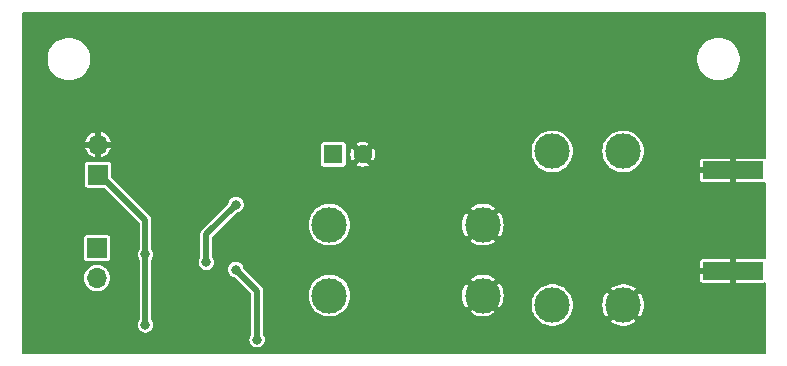
<source format=gbl>
G04 #@! TF.GenerationSoftware,KiCad,Pcbnew,7.0.10*
G04 #@! TF.CreationDate,2024-11-24T13:25:20-08:00*
G04 #@! TF.ProjectId,LoopAntennaPreamp,4c6f6f70-416e-4746-956e-6e6150726561,rev?*
G04 #@! TF.SameCoordinates,Original*
G04 #@! TF.FileFunction,Copper,L2,Bot*
G04 #@! TF.FilePolarity,Positive*
%FSLAX46Y46*%
G04 Gerber Fmt 4.6, Leading zero omitted, Abs format (unit mm)*
G04 Created by KiCad (PCBNEW 7.0.10) date 2024-11-24 13:25:20*
%MOMM*%
%LPD*%
G01*
G04 APERTURE LIST*
G04 #@! TA.AperFunction,ComponentPad*
%ADD10C,3.000000*%
G04 #@! TD*
G04 #@! TA.AperFunction,SMDPad,CuDef*
%ADD11R,5.080000X1.500000*%
G04 #@! TD*
G04 #@! TA.AperFunction,ComponentPad*
%ADD12R,1.700000X1.700000*%
G04 #@! TD*
G04 #@! TA.AperFunction,ComponentPad*
%ADD13O,1.700000X1.700000*%
G04 #@! TD*
G04 #@! TA.AperFunction,ComponentPad*
%ADD14R,1.600000X1.600000*%
G04 #@! TD*
G04 #@! TA.AperFunction,ComponentPad*
%ADD15C,1.600000*%
G04 #@! TD*
G04 #@! TA.AperFunction,ViaPad*
%ADD16C,0.800000*%
G04 #@! TD*
G04 #@! TA.AperFunction,Conductor*
%ADD17C,0.500000*%
G04 #@! TD*
G04 APERTURE END LIST*
D10*
X138510000Y-130590000D03*
X138510000Y-117590000D03*
X132510000Y-130590000D03*
X132510000Y-117590000D03*
X126640000Y-123800000D03*
X113640000Y-123800000D03*
X126640000Y-129800000D03*
X113640000Y-129800000D03*
D11*
X147830000Y-119200000D03*
X147830000Y-127700000D03*
D12*
X94060000Y-119565000D03*
D13*
X94060000Y-117025000D03*
D12*
X93980000Y-125780000D03*
D13*
X93980000Y-128320000D03*
D14*
X113964888Y-117830000D03*
D15*
X116464888Y-117830000D03*
D16*
X105740000Y-122100000D03*
X103220000Y-126990000D03*
X105720000Y-127600000D03*
X107520000Y-133530000D03*
X98070000Y-126300000D03*
X98070000Y-132300000D03*
X90640000Y-122550000D03*
X134350000Y-133520000D03*
X111140000Y-132720000D03*
X90960000Y-132360000D03*
X120140000Y-126800000D03*
X123230000Y-119840000D03*
X132240000Y-110230000D03*
X117280000Y-110380000D03*
X102370000Y-110270000D03*
X96550000Y-115410000D03*
X103600000Y-115070000D03*
X107070000Y-116200000D03*
X110320000Y-120070000D03*
D17*
X103220000Y-124620000D02*
X105740000Y-122100000D01*
X103220000Y-126990000D02*
X103220000Y-124620000D01*
X107520000Y-129400000D02*
X105720000Y-127600000D01*
X107520000Y-133530000D02*
X107520000Y-129400000D01*
X98070000Y-126300000D02*
X98070000Y-132300000D01*
X98070000Y-123440000D02*
X98070000Y-126300000D01*
X97510000Y-122880000D02*
X98070000Y-123440000D01*
X94195000Y-119565000D02*
X97510000Y-122880000D01*
X94060000Y-119565000D02*
X94195000Y-119565000D01*
G04 #@! TA.AperFunction,Conductor*
G36*
X150532539Y-105800185D02*
G01*
X150578294Y-105852989D01*
X150589500Y-105904500D01*
X150589500Y-118087668D01*
X150569815Y-118154707D01*
X150517011Y-118200462D01*
X150447853Y-118210406D01*
X150441310Y-118209286D01*
X150394624Y-118200000D01*
X148080000Y-118200000D01*
X148080000Y-120200000D01*
X150394625Y-120200000D01*
X150441308Y-120190714D01*
X150510899Y-120196941D01*
X150566077Y-120239803D01*
X150589322Y-120305693D01*
X150589500Y-120312331D01*
X150589500Y-126587668D01*
X150569815Y-126654707D01*
X150517011Y-126700462D01*
X150447853Y-126710406D01*
X150441310Y-126709286D01*
X150394624Y-126700000D01*
X148080000Y-126700000D01*
X148080000Y-128700000D01*
X150394625Y-128700000D01*
X150441308Y-128690714D01*
X150510899Y-128696941D01*
X150566077Y-128739803D01*
X150589322Y-128805693D01*
X150589500Y-128812331D01*
X150589500Y-134655500D01*
X150569815Y-134722539D01*
X150517011Y-134768294D01*
X150465500Y-134779500D01*
X87714500Y-134779500D01*
X87647461Y-134759815D01*
X87601706Y-134707011D01*
X87590500Y-134655500D01*
X87590500Y-133330500D01*
X87590921Y-132109793D01*
X87592228Y-128320000D01*
X92874785Y-128320000D01*
X92893602Y-128523082D01*
X92949417Y-128719247D01*
X92949422Y-128719260D01*
X93040327Y-128901821D01*
X93163237Y-129064581D01*
X93313958Y-129201980D01*
X93313960Y-129201982D01*
X93339131Y-129217567D01*
X93487363Y-129309348D01*
X93677544Y-129383024D01*
X93878024Y-129420500D01*
X93878026Y-129420500D01*
X94081974Y-129420500D01*
X94081976Y-129420500D01*
X94282456Y-129383024D01*
X94472637Y-129309348D01*
X94646041Y-129201981D01*
X94790587Y-129070210D01*
X94796762Y-129064581D01*
X94796764Y-129064579D01*
X94919673Y-128901821D01*
X95010582Y-128719250D01*
X95066397Y-128523083D01*
X95085215Y-128320000D01*
X95066397Y-128116917D01*
X95010582Y-127920750D01*
X95002502Y-127904524D01*
X94928954Y-127756818D01*
X94919673Y-127738179D01*
X94815325Y-127600000D01*
X94796762Y-127575418D01*
X94646041Y-127438019D01*
X94646039Y-127438017D01*
X94472642Y-127330655D01*
X94472635Y-127330651D01*
X94377546Y-127293814D01*
X94282456Y-127256976D01*
X94081976Y-127219500D01*
X93878024Y-127219500D01*
X93677544Y-127256976D01*
X93677541Y-127256976D01*
X93677541Y-127256977D01*
X93487364Y-127330651D01*
X93487357Y-127330655D01*
X93313960Y-127438017D01*
X93313958Y-127438019D01*
X93163237Y-127575418D01*
X93040327Y-127738178D01*
X92949422Y-127920739D01*
X92949417Y-127920752D01*
X92893602Y-128116917D01*
X92874785Y-128319999D01*
X92874785Y-128320000D01*
X87592228Y-128320000D01*
X87592802Y-126654678D01*
X92879500Y-126654678D01*
X92894032Y-126727735D01*
X92894033Y-126727739D01*
X92894034Y-126727740D01*
X92949399Y-126810601D01*
X93012039Y-126852455D01*
X93032260Y-126865966D01*
X93032264Y-126865967D01*
X93105321Y-126880499D01*
X93105324Y-126880500D01*
X93105326Y-126880500D01*
X94854676Y-126880500D01*
X94854677Y-126880499D01*
X94927740Y-126865966D01*
X95010601Y-126810601D01*
X95065966Y-126727740D01*
X95080500Y-126654674D01*
X95080500Y-124905326D01*
X95080500Y-124905323D01*
X95080499Y-124905321D01*
X95065967Y-124832264D01*
X95065966Y-124832260D01*
X95038394Y-124790995D01*
X95010601Y-124749399D01*
X94927740Y-124694034D01*
X94927739Y-124694033D01*
X94927735Y-124694032D01*
X94854677Y-124679500D01*
X94854674Y-124679500D01*
X93105326Y-124679500D01*
X93105323Y-124679500D01*
X93032264Y-124694032D01*
X93032260Y-124694033D01*
X92949399Y-124749399D01*
X92894033Y-124832260D01*
X92894032Y-124832264D01*
X92879500Y-124905321D01*
X92879500Y-126654678D01*
X87592802Y-126654678D01*
X87594946Y-120439678D01*
X92959500Y-120439678D01*
X92974032Y-120512735D01*
X92974033Y-120512739D01*
X92974034Y-120512740D01*
X93029399Y-120595601D01*
X93112260Y-120650966D01*
X93112264Y-120650967D01*
X93185321Y-120665499D01*
X93185324Y-120665500D01*
X93185326Y-120665500D01*
X94536324Y-120665500D01*
X94603363Y-120685185D01*
X94624005Y-120701819D01*
X97533181Y-123610995D01*
X97566666Y-123672318D01*
X97569500Y-123698676D01*
X97569500Y-125841342D01*
X97549815Y-125908381D01*
X97547550Y-125911782D01*
X97489781Y-125995475D01*
X97489780Y-125995476D01*
X97433762Y-126143181D01*
X97414722Y-126299999D01*
X97414722Y-126300000D01*
X97433762Y-126456818D01*
X97489780Y-126604523D01*
X97489780Y-126604524D01*
X97547550Y-126688217D01*
X97569433Y-126754571D01*
X97569500Y-126758657D01*
X97569500Y-131841342D01*
X97549815Y-131908381D01*
X97547550Y-131911782D01*
X97489781Y-131995475D01*
X97489780Y-131995476D01*
X97433762Y-132143181D01*
X97414722Y-132299999D01*
X97414722Y-132300000D01*
X97433762Y-132456818D01*
X97489780Y-132604523D01*
X97579517Y-132734530D01*
X97697760Y-132839283D01*
X97697762Y-132839284D01*
X97837634Y-132912696D01*
X97991014Y-132950500D01*
X97991015Y-132950500D01*
X98148985Y-132950500D01*
X98302365Y-132912696D01*
X98442240Y-132839283D01*
X98560483Y-132734530D01*
X98650220Y-132604523D01*
X98706237Y-132456818D01*
X98725278Y-132300000D01*
X98716058Y-132224061D01*
X98706237Y-132143181D01*
X98684992Y-132087164D01*
X98650220Y-131995477D01*
X98592450Y-131911782D01*
X98570567Y-131845427D01*
X98570500Y-131841342D01*
X98570500Y-126990000D01*
X102564722Y-126990000D01*
X102583762Y-127146818D01*
X102639780Y-127294523D01*
X102729517Y-127424530D01*
X102847760Y-127529283D01*
X102847762Y-127529284D01*
X102987634Y-127602696D01*
X103141014Y-127640500D01*
X103141015Y-127640500D01*
X103298985Y-127640500D01*
X103452365Y-127602696D01*
X103457502Y-127600000D01*
X105064722Y-127600000D01*
X105083762Y-127756818D01*
X105139780Y-127904523D01*
X105229517Y-128034530D01*
X105347760Y-128139283D01*
X105347762Y-128139284D01*
X105487634Y-128212696D01*
X105487633Y-128212696D01*
X105636211Y-128249316D01*
X105694218Y-128282032D01*
X106983181Y-129570995D01*
X107016666Y-129632318D01*
X107019500Y-129658676D01*
X107019500Y-133071342D01*
X106999815Y-133138381D01*
X106997550Y-133141782D01*
X106939781Y-133225475D01*
X106939780Y-133225476D01*
X106883762Y-133373181D01*
X106864722Y-133529999D01*
X106864722Y-133530000D01*
X106883762Y-133686818D01*
X106939780Y-133834523D01*
X107029517Y-133964530D01*
X107147760Y-134069283D01*
X107147762Y-134069284D01*
X107287634Y-134142696D01*
X107441014Y-134180500D01*
X107441015Y-134180500D01*
X107598985Y-134180500D01*
X107752365Y-134142696D01*
X107892240Y-134069283D01*
X108010483Y-133964530D01*
X108100220Y-133834523D01*
X108156237Y-133686818D01*
X108175278Y-133530000D01*
X108156237Y-133373182D01*
X108100220Y-133225477D01*
X108042450Y-133141782D01*
X108020567Y-133075427D01*
X108020500Y-133071342D01*
X108020500Y-129800004D01*
X111884592Y-129800004D01*
X111904196Y-130061620D01*
X111904197Y-130061625D01*
X111962576Y-130317402D01*
X111962578Y-130317411D01*
X111962580Y-130317416D01*
X112058432Y-130561643D01*
X112189614Y-130788857D01*
X112239666Y-130851620D01*
X112353198Y-130993985D01*
X112534753Y-131162441D01*
X112545521Y-131172433D01*
X112762296Y-131320228D01*
X112762301Y-131320230D01*
X112762302Y-131320231D01*
X112762303Y-131320232D01*
X112887843Y-131380688D01*
X112998673Y-131434061D01*
X112998674Y-131434061D01*
X112998677Y-131434063D01*
X113249385Y-131511396D01*
X113508818Y-131550500D01*
X113771182Y-131550500D01*
X114030615Y-131511396D01*
X114281323Y-131434063D01*
X114517704Y-131320228D01*
X114734479Y-131172433D01*
X114883733Y-131033945D01*
X114926801Y-130993985D01*
X114926801Y-130993983D01*
X114926805Y-130993981D01*
X115090386Y-130788857D01*
X115221568Y-130561643D01*
X115317420Y-130317416D01*
X115375802Y-130061630D01*
X115375808Y-130061550D01*
X115395408Y-129800004D01*
X124885093Y-129800004D01*
X124904692Y-130061545D01*
X124904693Y-130061550D01*
X124963058Y-130317270D01*
X125058883Y-130561426D01*
X125058882Y-130561426D01*
X125190027Y-130788573D01*
X125237874Y-130848571D01*
X126077226Y-130009219D01*
X126115901Y-130102588D01*
X126212075Y-130227925D01*
X126337412Y-130324099D01*
X126430779Y-130362772D01*
X125590830Y-131202720D01*
X125762546Y-131319793D01*
X125762550Y-131319795D01*
X125998854Y-131433594D01*
X125998858Y-131433595D01*
X126249494Y-131510907D01*
X126249500Y-131510909D01*
X126508848Y-131549999D01*
X126508857Y-131550000D01*
X126771143Y-131550000D01*
X126771151Y-131549999D01*
X127030499Y-131510909D01*
X127030505Y-131510907D01*
X127281143Y-131433595D01*
X127517445Y-131319798D01*
X127517447Y-131319797D01*
X127689168Y-131202720D01*
X126849220Y-130362772D01*
X126942588Y-130324099D01*
X127067925Y-130227925D01*
X127164099Y-130102589D01*
X127202773Y-130009220D01*
X128042125Y-130848572D01*
X128089971Y-130788573D01*
X128204616Y-130590004D01*
X130754592Y-130590004D01*
X130774196Y-130851620D01*
X130774197Y-130851625D01*
X130832576Y-131107402D01*
X130832578Y-131107411D01*
X130832580Y-131107416D01*
X130928432Y-131351643D01*
X131059614Y-131578857D01*
X131191736Y-131744533D01*
X131223198Y-131783985D01*
X131360932Y-131911782D01*
X131415521Y-131962433D01*
X131632296Y-132110228D01*
X131632301Y-132110230D01*
X131632302Y-132110231D01*
X131632303Y-132110232D01*
X131757843Y-132170688D01*
X131868673Y-132224061D01*
X131868674Y-132224061D01*
X131868677Y-132224063D01*
X132119385Y-132301396D01*
X132378818Y-132340500D01*
X132641182Y-132340500D01*
X132900615Y-132301396D01*
X133151323Y-132224063D01*
X133387704Y-132110228D01*
X133604479Y-131962433D01*
X133796805Y-131783981D01*
X133960386Y-131578857D01*
X134091568Y-131351643D01*
X134187420Y-131107416D01*
X134245802Y-130851630D01*
X134245808Y-130851550D01*
X134265408Y-130590004D01*
X136755093Y-130590004D01*
X136774692Y-130851545D01*
X136774693Y-130851550D01*
X136833058Y-131107270D01*
X136928883Y-131351426D01*
X136928882Y-131351426D01*
X137060027Y-131578573D01*
X137107874Y-131638571D01*
X137947226Y-130799219D01*
X137985901Y-130892588D01*
X138082075Y-131017925D01*
X138207412Y-131114099D01*
X138300779Y-131152772D01*
X137460830Y-131992720D01*
X137632546Y-132109793D01*
X137632550Y-132109795D01*
X137868854Y-132223594D01*
X137868858Y-132223595D01*
X138119494Y-132300907D01*
X138119500Y-132300909D01*
X138378848Y-132339999D01*
X138378857Y-132340000D01*
X138641143Y-132340000D01*
X138641151Y-132339999D01*
X138900499Y-132300909D01*
X138900505Y-132300907D01*
X139151143Y-132223595D01*
X139387445Y-132109798D01*
X139387447Y-132109797D01*
X139559168Y-131992720D01*
X138719220Y-131152772D01*
X138812588Y-131114099D01*
X138937925Y-131017925D01*
X139034099Y-130892589D01*
X139072773Y-130799220D01*
X139912125Y-131638572D01*
X139959971Y-131578573D01*
X140091116Y-131351426D01*
X140186941Y-131107270D01*
X140245306Y-130851550D01*
X140245307Y-130851545D01*
X140264907Y-130590004D01*
X140264907Y-130589995D01*
X140245307Y-130328454D01*
X140245306Y-130328449D01*
X140186941Y-130072729D01*
X140091116Y-129828573D01*
X140091117Y-129828573D01*
X139959972Y-129601426D01*
X139912124Y-129541427D01*
X139072772Y-130380779D01*
X139034099Y-130287412D01*
X138937925Y-130162075D01*
X138812588Y-130065901D01*
X138719220Y-130027227D01*
X139559168Y-129187278D01*
X139387454Y-129070206D01*
X139387445Y-129070201D01*
X139151142Y-128956404D01*
X139151144Y-128956404D01*
X138900505Y-128879092D01*
X138900499Y-128879090D01*
X138641151Y-128840000D01*
X138378848Y-128840000D01*
X138119500Y-128879090D01*
X138119494Y-128879092D01*
X137868858Y-128956404D01*
X137868854Y-128956405D01*
X137632547Y-129070205D01*
X137632539Y-129070210D01*
X137460830Y-129187277D01*
X138300779Y-130027226D01*
X138207412Y-130065901D01*
X138082075Y-130162075D01*
X137985901Y-130287411D01*
X137947227Y-130380779D01*
X137107874Y-129541427D01*
X137060028Y-129601425D01*
X136928883Y-129828573D01*
X136833058Y-130072729D01*
X136774693Y-130328449D01*
X136774692Y-130328454D01*
X136755093Y-130589995D01*
X136755093Y-130590004D01*
X134265408Y-130590004D01*
X134265408Y-130589995D01*
X134245803Y-130328379D01*
X134245802Y-130328374D01*
X134245802Y-130328370D01*
X134187420Y-130072584D01*
X134091568Y-129828357D01*
X133960386Y-129601143D01*
X133796805Y-129396019D01*
X133796804Y-129396018D01*
X133796801Y-129396014D01*
X133604479Y-129217567D01*
X133581620Y-129201982D01*
X133387704Y-129069772D01*
X133387700Y-129069770D01*
X133387697Y-129069768D01*
X133387696Y-129069767D01*
X133151325Y-128955938D01*
X133151327Y-128955938D01*
X132900623Y-128878606D01*
X132900619Y-128878605D01*
X132900615Y-128878604D01*
X132775823Y-128859794D01*
X132641187Y-128839500D01*
X132641182Y-128839500D01*
X132378818Y-128839500D01*
X132378812Y-128839500D01*
X132217247Y-128863853D01*
X132119385Y-128878604D01*
X132119382Y-128878605D01*
X132119376Y-128878606D01*
X131868673Y-128955938D01*
X131632303Y-129069767D01*
X131632302Y-129069768D01*
X131632296Y-129069771D01*
X131632296Y-129069772D01*
X131631654Y-129070210D01*
X131415520Y-129217567D01*
X131223198Y-129396014D01*
X131059614Y-129601143D01*
X130928432Y-129828356D01*
X130832582Y-130072578D01*
X130832576Y-130072597D01*
X130774197Y-130328374D01*
X130774196Y-130328379D01*
X130754592Y-130589995D01*
X130754592Y-130590004D01*
X128204616Y-130590004D01*
X128221116Y-130561426D01*
X128316941Y-130317270D01*
X128375306Y-130061550D01*
X128375307Y-130061545D01*
X128394907Y-129800004D01*
X128394907Y-129799995D01*
X128375307Y-129538454D01*
X128375306Y-129538449D01*
X128316941Y-129282729D01*
X128221116Y-129038573D01*
X128221117Y-129038573D01*
X128089972Y-128811426D01*
X128042124Y-128751427D01*
X127202772Y-129590779D01*
X127164099Y-129497412D01*
X127067925Y-129372075D01*
X126942588Y-129275901D01*
X126849220Y-129237227D01*
X127689168Y-128397278D01*
X127517454Y-128280206D01*
X127517445Y-128280201D01*
X127281142Y-128166404D01*
X127281144Y-128166404D01*
X127030505Y-128089092D01*
X127030499Y-128089090D01*
X126771151Y-128050000D01*
X126508848Y-128050000D01*
X126249500Y-128089090D01*
X126249494Y-128089092D01*
X125998858Y-128166404D01*
X125998854Y-128166405D01*
X125762547Y-128280205D01*
X125762539Y-128280210D01*
X125590830Y-128397277D01*
X126430779Y-129237226D01*
X126337412Y-129275901D01*
X126212075Y-129372075D01*
X126115901Y-129497411D01*
X126077227Y-129590779D01*
X125237875Y-128751427D01*
X125237874Y-128751427D01*
X125190028Y-128811425D01*
X125058883Y-129038573D01*
X124963058Y-129282729D01*
X124904693Y-129538449D01*
X124904692Y-129538454D01*
X124885093Y-129799995D01*
X124885093Y-129800004D01*
X115395408Y-129800004D01*
X115395408Y-129799995D01*
X115375803Y-129538379D01*
X115375802Y-129538374D01*
X115375802Y-129538370D01*
X115317420Y-129282584D01*
X115221568Y-129038357D01*
X115090386Y-128811143D01*
X114926805Y-128606019D01*
X114926804Y-128606018D01*
X114926801Y-128606014D01*
X114734479Y-128427567D01*
X114690052Y-128397277D01*
X114517704Y-128279772D01*
X114517700Y-128279770D01*
X114517697Y-128279768D01*
X114517696Y-128279767D01*
X114281325Y-128165938D01*
X114281327Y-128165938D01*
X114030623Y-128088606D01*
X114030619Y-128088605D01*
X114030615Y-128088604D01*
X113905823Y-128069794D01*
X113771187Y-128049500D01*
X113771182Y-128049500D01*
X113508818Y-128049500D01*
X113508812Y-128049500D01*
X113347247Y-128073853D01*
X113249385Y-128088604D01*
X113249382Y-128088605D01*
X113249376Y-128088606D01*
X112998673Y-128165938D01*
X112762303Y-128279767D01*
X112762302Y-128279768D01*
X112762296Y-128279771D01*
X112762296Y-128279772D01*
X112761654Y-128280210D01*
X112545520Y-128427567D01*
X112353198Y-128606014D01*
X112189614Y-128811143D01*
X112058432Y-129038356D01*
X111962582Y-129282578D01*
X111962576Y-129282597D01*
X111904197Y-129538374D01*
X111904196Y-129538379D01*
X111884592Y-129799995D01*
X111884592Y-129800004D01*
X108020500Y-129800004D01*
X108020500Y-129467138D01*
X108023334Y-129440779D01*
X108024358Y-129436073D01*
X108020816Y-129386547D01*
X108020500Y-129377701D01*
X108020500Y-129364200D01*
X108018579Y-129350845D01*
X108017632Y-129342035D01*
X108016519Y-129326483D01*
X108014091Y-129292517D01*
X108014091Y-129292515D01*
X108012408Y-129288004D01*
X108005851Y-129262316D01*
X108005165Y-129257543D01*
X107984536Y-129212372D01*
X107981149Y-129204195D01*
X107974391Y-129186080D01*
X107963795Y-129157669D01*
X107960908Y-129153813D01*
X107947379Y-129131012D01*
X107945377Y-129126627D01*
X107912857Y-129089097D01*
X107907304Y-129082206D01*
X107899220Y-129071406D01*
X107899214Y-129071400D01*
X107899210Y-129071395D01*
X107889676Y-129061861D01*
X107883643Y-129055382D01*
X107851129Y-129017858D01*
X107851125Y-129017854D01*
X107847066Y-129015246D01*
X107826428Y-128998614D01*
X106777814Y-127950000D01*
X145040000Y-127950000D01*
X145040000Y-128474628D01*
X145054503Y-128547540D01*
X145054505Y-128547544D01*
X145109760Y-128630239D01*
X145192455Y-128685494D01*
X145192459Y-128685496D01*
X145265371Y-128699999D01*
X145265374Y-128700000D01*
X147580000Y-128700000D01*
X147580000Y-127950000D01*
X145040000Y-127950000D01*
X106777814Y-127950000D01*
X106398274Y-127570460D01*
X106364789Y-127509137D01*
X106362859Y-127497724D01*
X106357065Y-127450000D01*
X145040000Y-127450000D01*
X147580000Y-127450000D01*
X147580000Y-126700000D01*
X145265373Y-126700000D01*
X145192459Y-126714503D01*
X145192455Y-126714505D01*
X145109760Y-126769760D01*
X145054505Y-126852455D01*
X145054503Y-126852459D01*
X145040000Y-126925371D01*
X145040000Y-127450000D01*
X106357065Y-127450000D01*
X106356237Y-127443181D01*
X106313560Y-127330652D01*
X106300220Y-127295477D01*
X106210483Y-127165470D01*
X106092240Y-127060717D01*
X106092238Y-127060716D01*
X106092237Y-127060715D01*
X105952365Y-126987303D01*
X105798986Y-126949500D01*
X105798985Y-126949500D01*
X105641015Y-126949500D01*
X105641014Y-126949500D01*
X105487634Y-126987303D01*
X105347762Y-127060715D01*
X105229516Y-127165471D01*
X105139781Y-127295475D01*
X105139780Y-127295476D01*
X105083762Y-127443181D01*
X105064722Y-127599999D01*
X105064722Y-127600000D01*
X103457502Y-127600000D01*
X103457504Y-127599999D01*
X103592240Y-127529283D01*
X103710483Y-127424530D01*
X103800220Y-127294523D01*
X103856237Y-127146818D01*
X103875278Y-126990000D01*
X103870361Y-126949500D01*
X103856237Y-126833181D01*
X103816248Y-126727740D01*
X103800220Y-126685477D01*
X103754697Y-126619525D01*
X103742450Y-126601782D01*
X103720567Y-126535427D01*
X103720500Y-126531342D01*
X103720500Y-124878676D01*
X103740185Y-124811637D01*
X103756819Y-124790995D01*
X104747810Y-123800004D01*
X111884592Y-123800004D01*
X111904196Y-124061620D01*
X111904197Y-124061625D01*
X111962576Y-124317402D01*
X111962578Y-124317411D01*
X111962580Y-124317416D01*
X112058432Y-124561643D01*
X112189614Y-124788857D01*
X112282491Y-124905321D01*
X112353198Y-124993985D01*
X112534753Y-125162441D01*
X112545521Y-125172433D01*
X112762296Y-125320228D01*
X112762301Y-125320230D01*
X112762302Y-125320231D01*
X112762303Y-125320232D01*
X112887843Y-125380688D01*
X112998673Y-125434061D01*
X112998674Y-125434061D01*
X112998677Y-125434063D01*
X113249385Y-125511396D01*
X113508818Y-125550500D01*
X113771182Y-125550500D01*
X114030615Y-125511396D01*
X114281323Y-125434063D01*
X114517704Y-125320228D01*
X114734479Y-125172433D01*
X114926805Y-124993981D01*
X115090386Y-124788857D01*
X115221568Y-124561643D01*
X115317420Y-124317416D01*
X115375802Y-124061630D01*
X115375808Y-124061550D01*
X115395408Y-123800004D01*
X124885093Y-123800004D01*
X124904692Y-124061545D01*
X124904693Y-124061550D01*
X124963058Y-124317270D01*
X125058883Y-124561426D01*
X125058882Y-124561426D01*
X125190027Y-124788573D01*
X125237874Y-124848571D01*
X126077226Y-124009219D01*
X126115901Y-124102588D01*
X126212075Y-124227925D01*
X126337412Y-124324099D01*
X126430779Y-124362772D01*
X125590830Y-125202720D01*
X125762546Y-125319793D01*
X125762550Y-125319795D01*
X125998854Y-125433594D01*
X125998858Y-125433595D01*
X126249494Y-125510907D01*
X126249500Y-125510909D01*
X126508848Y-125549999D01*
X126508857Y-125550000D01*
X126771143Y-125550000D01*
X126771151Y-125549999D01*
X127030499Y-125510909D01*
X127030505Y-125510907D01*
X127281143Y-125433595D01*
X127517445Y-125319798D01*
X127517447Y-125319797D01*
X127689168Y-125202720D01*
X126849220Y-124362772D01*
X126942588Y-124324099D01*
X127067925Y-124227925D01*
X127164099Y-124102589D01*
X127202773Y-124009220D01*
X128042125Y-124848572D01*
X128089971Y-124788573D01*
X128221116Y-124561426D01*
X128316941Y-124317270D01*
X128375306Y-124061550D01*
X128375307Y-124061545D01*
X128394907Y-123800004D01*
X128394907Y-123799995D01*
X128375307Y-123538454D01*
X128375306Y-123538449D01*
X128316941Y-123282729D01*
X128221116Y-123038573D01*
X128221117Y-123038573D01*
X128089972Y-122811426D01*
X128042124Y-122751427D01*
X127202772Y-123590779D01*
X127164099Y-123497412D01*
X127067925Y-123372075D01*
X126942588Y-123275901D01*
X126849220Y-123237227D01*
X127689168Y-122397278D01*
X127517454Y-122280206D01*
X127517445Y-122280201D01*
X127281142Y-122166404D01*
X127281144Y-122166404D01*
X127030505Y-122089092D01*
X127030499Y-122089090D01*
X126771151Y-122050000D01*
X126508848Y-122050000D01*
X126249500Y-122089090D01*
X126249494Y-122089092D01*
X125998858Y-122166404D01*
X125998854Y-122166405D01*
X125762547Y-122280205D01*
X125762539Y-122280210D01*
X125590830Y-122397277D01*
X126430779Y-123237226D01*
X126337412Y-123275901D01*
X126212075Y-123372075D01*
X126115901Y-123497411D01*
X126077227Y-123590779D01*
X125237875Y-122751427D01*
X125237874Y-122751427D01*
X125190028Y-122811425D01*
X125058883Y-123038573D01*
X124963058Y-123282729D01*
X124904693Y-123538449D01*
X124904692Y-123538454D01*
X124885093Y-123799995D01*
X124885093Y-123800004D01*
X115395408Y-123800004D01*
X115395408Y-123799995D01*
X115375803Y-123538379D01*
X115375802Y-123538374D01*
X115375802Y-123538370D01*
X115317420Y-123282584D01*
X115221568Y-123038357D01*
X115090386Y-122811143D01*
X114926805Y-122606019D01*
X114926804Y-122606018D01*
X114926801Y-122606014D01*
X114734479Y-122427567D01*
X114690052Y-122397277D01*
X114517704Y-122279772D01*
X114517700Y-122279770D01*
X114517697Y-122279768D01*
X114517696Y-122279767D01*
X114281325Y-122165938D01*
X114281327Y-122165938D01*
X114030623Y-122088606D01*
X114030619Y-122088605D01*
X114030615Y-122088604D01*
X113905823Y-122069794D01*
X113771187Y-122049500D01*
X113771182Y-122049500D01*
X113508818Y-122049500D01*
X113508812Y-122049500D01*
X113347247Y-122073853D01*
X113249385Y-122088604D01*
X113249382Y-122088605D01*
X113249376Y-122088606D01*
X112998673Y-122165938D01*
X112762303Y-122279767D01*
X112762302Y-122279768D01*
X112762296Y-122279771D01*
X112762296Y-122279772D01*
X112761654Y-122280210D01*
X112545520Y-122427567D01*
X112353198Y-122606014D01*
X112189614Y-122811143D01*
X112058432Y-123038356D01*
X111962582Y-123282578D01*
X111962576Y-123282597D01*
X111904197Y-123538374D01*
X111904196Y-123538379D01*
X111884592Y-123799995D01*
X111884592Y-123800004D01*
X104747810Y-123800004D01*
X104747819Y-123799995D01*
X105765783Y-122782030D01*
X105823787Y-122749316D01*
X105972365Y-122712696D01*
X106112240Y-122639283D01*
X106230483Y-122534530D01*
X106320220Y-122404523D01*
X106376237Y-122256818D01*
X106395278Y-122100000D01*
X106393895Y-122088605D01*
X106376237Y-121943181D01*
X106354992Y-121887164D01*
X106320220Y-121795477D01*
X106230483Y-121665470D01*
X106112240Y-121560717D01*
X106112238Y-121560716D01*
X106112237Y-121560715D01*
X105972365Y-121487303D01*
X105818986Y-121449500D01*
X105818985Y-121449500D01*
X105661015Y-121449500D01*
X105661014Y-121449500D01*
X105507634Y-121487303D01*
X105367762Y-121560715D01*
X105249516Y-121665471D01*
X105159781Y-121795475D01*
X105159780Y-121795476D01*
X105103763Y-121943178D01*
X105103762Y-121943182D01*
X105097139Y-121997728D01*
X105069516Y-122061905D01*
X105061724Y-122070460D01*
X102913568Y-124218616D01*
X102892938Y-124235243D01*
X102888876Y-124237854D01*
X102888867Y-124237861D01*
X102856353Y-124275384D01*
X102850329Y-124281854D01*
X102840780Y-124291403D01*
X102832678Y-124302226D01*
X102827132Y-124309108D01*
X102794624Y-124346625D01*
X102794617Y-124346636D01*
X102792615Y-124351020D01*
X102779100Y-124373799D01*
X102776206Y-124377664D01*
X102776200Y-124377675D01*
X102758851Y-124424191D01*
X102755466Y-124432365D01*
X102734835Y-124477543D01*
X102734833Y-124477550D01*
X102734146Y-124482327D01*
X102727598Y-124507986D01*
X102725910Y-124512513D01*
X102725909Y-124512516D01*
X102722365Y-124562054D01*
X102721420Y-124570845D01*
X102719500Y-124584200D01*
X102719500Y-124597690D01*
X102719184Y-124606537D01*
X102715641Y-124656069D01*
X102715641Y-124656073D01*
X102716666Y-124660785D01*
X102719500Y-124687143D01*
X102719500Y-126531342D01*
X102699815Y-126598381D01*
X102697550Y-126601782D01*
X102639781Y-126685475D01*
X102639780Y-126685476D01*
X102583762Y-126833181D01*
X102564722Y-126989999D01*
X102564722Y-126990000D01*
X98570500Y-126990000D01*
X98570500Y-126758657D01*
X98590185Y-126691618D01*
X98592450Y-126688217D01*
X98650219Y-126604524D01*
X98650220Y-126604523D01*
X98706237Y-126456818D01*
X98725278Y-126300000D01*
X98706237Y-126143182D01*
X98650220Y-125995477D01*
X98592450Y-125911782D01*
X98570567Y-125845427D01*
X98570500Y-125841342D01*
X98570500Y-123507143D01*
X98573334Y-123480785D01*
X98574359Y-123476073D01*
X98570816Y-123426537D01*
X98570500Y-123417690D01*
X98570500Y-123404201D01*
X98568579Y-123390843D01*
X98567633Y-123382045D01*
X98566920Y-123372075D01*
X98564091Y-123332517D01*
X98562407Y-123328002D01*
X98555850Y-123302312D01*
X98555165Y-123297543D01*
X98534530Y-123252360D01*
X98531155Y-123244212D01*
X98513796Y-123197669D01*
X98510905Y-123193807D01*
X98497379Y-123171010D01*
X98495377Y-123166627D01*
X98462860Y-123129100D01*
X98457306Y-123122207D01*
X98449228Y-123111416D01*
X98449226Y-123111413D01*
X98449221Y-123111407D01*
X98439677Y-123101863D01*
X98433658Y-123095400D01*
X98401128Y-123057857D01*
X98401125Y-123057854D01*
X98397066Y-123055246D01*
X98376428Y-123038614D01*
X95196819Y-119859005D01*
X95163334Y-119797682D01*
X95160500Y-119771324D01*
X95160500Y-119450000D01*
X145040000Y-119450000D01*
X145040000Y-119974628D01*
X145054503Y-120047540D01*
X145054505Y-120047544D01*
X145109760Y-120130239D01*
X145192455Y-120185494D01*
X145192459Y-120185496D01*
X145265371Y-120199999D01*
X145265374Y-120200000D01*
X147580000Y-120200000D01*
X147580000Y-119450000D01*
X145040000Y-119450000D01*
X95160500Y-119450000D01*
X95160500Y-118690323D01*
X95160499Y-118690321D01*
X95153409Y-118654678D01*
X112914388Y-118654678D01*
X112928920Y-118727735D01*
X112928921Y-118727739D01*
X112929779Y-118729023D01*
X112984287Y-118810601D01*
X113065415Y-118864808D01*
X113067148Y-118865966D01*
X113067152Y-118865967D01*
X113140209Y-118880499D01*
X113140212Y-118880500D01*
X113140214Y-118880500D01*
X114789564Y-118880500D01*
X114789565Y-118880499D01*
X114862628Y-118865966D01*
X114945489Y-118810601D01*
X115000854Y-118727740D01*
X115015388Y-118654674D01*
X115015388Y-117830000D01*
X115409807Y-117830000D01*
X115430079Y-118035834D01*
X115490121Y-118233766D01*
X115565863Y-118375469D01*
X115565864Y-118375469D01*
X116066934Y-117874400D01*
X116079723Y-117955148D01*
X116137247Y-118068045D01*
X116226843Y-118157641D01*
X116339740Y-118215165D01*
X116420487Y-118227953D01*
X115919416Y-118729023D01*
X116061121Y-118804766D01*
X116259053Y-118864808D01*
X116464888Y-118885080D01*
X116670722Y-118864808D01*
X116868652Y-118804766D01*
X117010358Y-118729022D01*
X116509289Y-118227953D01*
X116590036Y-118215165D01*
X116702933Y-118157641D01*
X116792529Y-118068045D01*
X116850053Y-117955148D01*
X116862841Y-117874400D01*
X117363910Y-118375469D01*
X117439654Y-118233764D01*
X117499696Y-118035834D01*
X117519968Y-117830000D01*
X117499696Y-117624165D01*
X117489333Y-117590004D01*
X130754592Y-117590004D01*
X130774196Y-117851620D01*
X130774197Y-117851625D01*
X130832576Y-118107402D01*
X130832578Y-118107411D01*
X130832580Y-118107416D01*
X130928432Y-118351643D01*
X131059614Y-118578857D01*
X131191736Y-118744533D01*
X131223198Y-118783985D01*
X131332154Y-118885080D01*
X131415521Y-118962433D01*
X131632296Y-119110228D01*
X131632301Y-119110230D01*
X131632302Y-119110231D01*
X131632303Y-119110232D01*
X131757843Y-119170688D01*
X131868673Y-119224061D01*
X131868674Y-119224061D01*
X131868677Y-119224063D01*
X132119385Y-119301396D01*
X132378818Y-119340500D01*
X132641182Y-119340500D01*
X132900615Y-119301396D01*
X133151323Y-119224063D01*
X133387704Y-119110228D01*
X133604479Y-118962433D01*
X133768115Y-118810601D01*
X133796801Y-118783985D01*
X133796801Y-118783983D01*
X133796805Y-118783981D01*
X133960386Y-118578857D01*
X134091568Y-118351643D01*
X134187420Y-118107416D01*
X134245802Y-117851630D01*
X134251976Y-117769242D01*
X134265408Y-117590004D01*
X136754592Y-117590004D01*
X136774196Y-117851620D01*
X136774197Y-117851625D01*
X136832576Y-118107402D01*
X136832578Y-118107411D01*
X136832580Y-118107416D01*
X136928432Y-118351643D01*
X137059614Y-118578857D01*
X137191736Y-118744533D01*
X137223198Y-118783985D01*
X137332154Y-118885080D01*
X137415521Y-118962433D01*
X137632296Y-119110228D01*
X137632301Y-119110230D01*
X137632302Y-119110231D01*
X137632303Y-119110232D01*
X137757843Y-119170688D01*
X137868673Y-119224061D01*
X137868674Y-119224061D01*
X137868677Y-119224063D01*
X138119385Y-119301396D01*
X138378818Y-119340500D01*
X138641182Y-119340500D01*
X138900615Y-119301396D01*
X139151323Y-119224063D01*
X139387704Y-119110228D01*
X139604479Y-118962433D01*
X139617879Y-118950000D01*
X145040000Y-118950000D01*
X147580000Y-118950000D01*
X147580000Y-118200000D01*
X145265373Y-118200000D01*
X145192459Y-118214503D01*
X145192455Y-118214505D01*
X145109760Y-118269760D01*
X145054505Y-118352455D01*
X145054503Y-118352459D01*
X145040000Y-118425371D01*
X145040000Y-118950000D01*
X139617879Y-118950000D01*
X139768115Y-118810601D01*
X139796801Y-118783985D01*
X139796801Y-118783983D01*
X139796805Y-118783981D01*
X139960386Y-118578857D01*
X140091568Y-118351643D01*
X140187420Y-118107416D01*
X140245802Y-117851630D01*
X140251976Y-117769242D01*
X140265408Y-117590004D01*
X140265408Y-117589995D01*
X140245803Y-117328379D01*
X140245802Y-117328374D01*
X140245802Y-117328370D01*
X140187420Y-117072584D01*
X140091568Y-116828357D01*
X139960386Y-116601143D01*
X139796805Y-116396019D01*
X139796804Y-116396018D01*
X139796801Y-116396014D01*
X139604479Y-116217567D01*
X139387704Y-116069772D01*
X139387700Y-116069770D01*
X139387697Y-116069768D01*
X139387696Y-116069767D01*
X139151325Y-115955938D01*
X139151327Y-115955938D01*
X138900623Y-115878606D01*
X138900619Y-115878605D01*
X138900615Y-115878604D01*
X138775823Y-115859794D01*
X138641187Y-115839500D01*
X138641182Y-115839500D01*
X138378818Y-115839500D01*
X138378812Y-115839500D01*
X138217247Y-115863853D01*
X138119385Y-115878604D01*
X138119382Y-115878605D01*
X138119376Y-115878606D01*
X137868673Y-115955938D01*
X137632303Y-116069767D01*
X137632302Y-116069768D01*
X137415520Y-116217567D01*
X137223198Y-116396014D01*
X137059614Y-116601143D01*
X136928432Y-116828356D01*
X136832582Y-117072578D01*
X136832576Y-117072597D01*
X136774197Y-117328374D01*
X136774196Y-117328379D01*
X136754592Y-117589995D01*
X136754592Y-117590004D01*
X134265408Y-117590004D01*
X134265408Y-117589995D01*
X134245803Y-117328379D01*
X134245802Y-117328374D01*
X134245802Y-117328370D01*
X134187420Y-117072584D01*
X134091568Y-116828357D01*
X133960386Y-116601143D01*
X133796805Y-116396019D01*
X133796804Y-116396018D01*
X133796801Y-116396014D01*
X133604479Y-116217567D01*
X133387704Y-116069772D01*
X133387700Y-116069770D01*
X133387697Y-116069768D01*
X133387696Y-116069767D01*
X133151325Y-115955938D01*
X133151327Y-115955938D01*
X132900623Y-115878606D01*
X132900619Y-115878605D01*
X132900615Y-115878604D01*
X132775823Y-115859794D01*
X132641187Y-115839500D01*
X132641182Y-115839500D01*
X132378818Y-115839500D01*
X132378812Y-115839500D01*
X132217247Y-115863853D01*
X132119385Y-115878604D01*
X132119382Y-115878605D01*
X132119376Y-115878606D01*
X131868673Y-115955938D01*
X131632303Y-116069767D01*
X131632302Y-116069768D01*
X131415520Y-116217567D01*
X131223198Y-116396014D01*
X131059614Y-116601143D01*
X130928432Y-116828356D01*
X130832582Y-117072578D01*
X130832576Y-117072597D01*
X130774197Y-117328374D01*
X130774196Y-117328379D01*
X130754592Y-117589995D01*
X130754592Y-117590004D01*
X117489333Y-117590004D01*
X117439654Y-117426233D01*
X117363911Y-117284528D01*
X116862841Y-117785598D01*
X116850053Y-117704852D01*
X116792529Y-117591955D01*
X116702933Y-117502359D01*
X116590036Y-117444835D01*
X116509289Y-117432046D01*
X117010357Y-116930976D01*
X117010357Y-116930975D01*
X116868654Y-116855233D01*
X116670722Y-116795191D01*
X116464888Y-116774919D01*
X116259054Y-116795191D01*
X116061122Y-116855234D01*
X115919417Y-116930975D01*
X115919417Y-116930976D01*
X116420487Y-117432046D01*
X116339740Y-117444835D01*
X116226843Y-117502359D01*
X116137247Y-117591955D01*
X116079723Y-117704852D01*
X116066934Y-117785599D01*
X115565864Y-117284529D01*
X115565863Y-117284529D01*
X115490122Y-117426234D01*
X115430079Y-117624166D01*
X115409807Y-117830000D01*
X115015388Y-117830000D01*
X115015388Y-117005326D01*
X115015388Y-117005323D01*
X115015387Y-117005321D01*
X115000855Y-116932264D01*
X115000854Y-116932260D01*
X114999995Y-116930975D01*
X114945489Y-116849399D01*
X114862628Y-116794034D01*
X114862627Y-116794033D01*
X114862623Y-116794032D01*
X114789565Y-116779500D01*
X114789562Y-116779500D01*
X113140214Y-116779500D01*
X113140211Y-116779500D01*
X113067152Y-116794032D01*
X113067148Y-116794033D01*
X112984287Y-116849399D01*
X112928921Y-116932260D01*
X112928920Y-116932264D01*
X112914388Y-117005321D01*
X112914388Y-118654678D01*
X95153409Y-118654678D01*
X95145967Y-118617264D01*
X95145966Y-118617260D01*
X95120306Y-118578857D01*
X95090601Y-118534399D01*
X95007740Y-118479034D01*
X95007739Y-118479033D01*
X95007735Y-118479032D01*
X94934677Y-118464500D01*
X94934674Y-118464500D01*
X93185326Y-118464500D01*
X93185323Y-118464500D01*
X93112264Y-118479032D01*
X93112260Y-118479033D01*
X93029399Y-118534399D01*
X92974033Y-118617260D01*
X92974032Y-118617264D01*
X92959500Y-118690321D01*
X92959500Y-120439678D01*
X87594946Y-120439678D01*
X87596210Y-116774999D01*
X92987471Y-116774999D01*
X92987472Y-116775000D01*
X93626314Y-116775000D01*
X93600507Y-116815156D01*
X93560000Y-116953111D01*
X93560000Y-117096889D01*
X93600507Y-117234844D01*
X93626314Y-117275000D01*
X92987472Y-117275000D01*
X93029885Y-117424065D01*
X93029890Y-117424078D01*
X93120754Y-117606556D01*
X93243608Y-117769242D01*
X93394260Y-117906578D01*
X93567584Y-118013897D01*
X93757678Y-118087539D01*
X93810000Y-118097320D01*
X93810000Y-117460501D01*
X93917685Y-117509680D01*
X94024237Y-117525000D01*
X94095763Y-117525000D01*
X94202315Y-117509680D01*
X94310000Y-117460501D01*
X94310000Y-118097320D01*
X94362321Y-118087539D01*
X94552415Y-118013897D01*
X94725739Y-117906578D01*
X94876391Y-117769242D01*
X94999245Y-117606556D01*
X95090109Y-117424078D01*
X95090114Y-117424065D01*
X95132528Y-117275000D01*
X94493686Y-117275000D01*
X94519493Y-117234844D01*
X94560000Y-117096889D01*
X94560000Y-116953111D01*
X94519493Y-116815156D01*
X94493686Y-116775000D01*
X95132528Y-116775000D01*
X95132528Y-116774999D01*
X95090114Y-116625934D01*
X95090109Y-116625921D01*
X94999245Y-116443443D01*
X94876391Y-116280757D01*
X94725739Y-116143421D01*
X94552413Y-116036101D01*
X94362315Y-115962458D01*
X94362309Y-115962456D01*
X94310001Y-115952677D01*
X94310000Y-115952679D01*
X94310000Y-116589498D01*
X94202315Y-116540320D01*
X94095763Y-116525000D01*
X94024237Y-116525000D01*
X93917685Y-116540320D01*
X93810000Y-116589498D01*
X93810000Y-115952679D01*
X93809998Y-115952677D01*
X93757690Y-115962456D01*
X93757684Y-115962458D01*
X93567586Y-116036101D01*
X93394260Y-116143421D01*
X93243608Y-116280757D01*
X93120754Y-116443443D01*
X93029890Y-116625921D01*
X93029885Y-116625934D01*
X92987471Y-116774999D01*
X87596210Y-116774999D01*
X87598577Y-109914936D01*
X89789500Y-109914936D01*
X89829718Y-110181767D01*
X89829720Y-110181773D01*
X89909262Y-110439641D01*
X90026346Y-110682769D01*
X90178365Y-110905741D01*
X90361910Y-111103557D01*
X90361914Y-111103560D01*
X90361915Y-111103561D01*
X90572898Y-111271815D01*
X90806602Y-111406743D01*
X91057805Y-111505334D01*
X91320897Y-111565383D01*
X91358757Y-111568220D01*
X91522602Y-111580499D01*
X91522621Y-111580499D01*
X91522624Y-111580500D01*
X91522626Y-111580500D01*
X91657374Y-111580500D01*
X91657376Y-111580500D01*
X91657378Y-111580499D01*
X91657397Y-111580499D01*
X91802312Y-111569638D01*
X91859103Y-111565383D01*
X92122195Y-111505334D01*
X92373398Y-111406743D01*
X92607102Y-111271815D01*
X92818085Y-111103561D01*
X93001635Y-110905741D01*
X93153651Y-110682775D01*
X93270738Y-110439641D01*
X93350280Y-110181772D01*
X93390499Y-109914936D01*
X144789500Y-109914936D01*
X144829718Y-110181767D01*
X144829720Y-110181773D01*
X144909262Y-110439641D01*
X145026346Y-110682769D01*
X145178365Y-110905741D01*
X145361910Y-111103557D01*
X145361914Y-111103560D01*
X145361915Y-111103561D01*
X145572898Y-111271815D01*
X145806602Y-111406743D01*
X146057805Y-111505334D01*
X146320897Y-111565383D01*
X146358757Y-111568220D01*
X146522602Y-111580499D01*
X146522621Y-111580499D01*
X146522624Y-111580500D01*
X146522626Y-111580500D01*
X146657374Y-111580500D01*
X146657376Y-111580500D01*
X146657378Y-111580499D01*
X146657397Y-111580499D01*
X146802312Y-111569638D01*
X146859103Y-111565383D01*
X147122195Y-111505334D01*
X147373398Y-111406743D01*
X147607102Y-111271815D01*
X147818085Y-111103561D01*
X148001635Y-110905741D01*
X148153651Y-110682775D01*
X148270738Y-110439641D01*
X148350280Y-110181772D01*
X148390500Y-109914929D01*
X148390500Y-109645071D01*
X148350280Y-109378228D01*
X148270738Y-109120359D01*
X148153651Y-108877226D01*
X148001635Y-108654259D01*
X147991358Y-108643183D01*
X147818089Y-108456442D01*
X147777509Y-108424080D01*
X147607102Y-108288185D01*
X147373398Y-108153257D01*
X147373396Y-108153256D01*
X147122195Y-108054666D01*
X147122188Y-108054664D01*
X146859100Y-107994616D01*
X146657397Y-107979500D01*
X146657376Y-107979500D01*
X146522624Y-107979500D01*
X146522602Y-107979500D01*
X146320899Y-107994616D01*
X146057811Y-108054664D01*
X146057804Y-108054666D01*
X145806603Y-108153256D01*
X145806599Y-108153258D01*
X145572898Y-108288185D01*
X145361910Y-108456442D01*
X145178365Y-108654258D01*
X145026345Y-108877231D01*
X145026344Y-108877232D01*
X144909263Y-109120355D01*
X144829720Y-109378226D01*
X144829718Y-109378232D01*
X144789500Y-109645063D01*
X144789500Y-109914936D01*
X93390499Y-109914936D01*
X93390500Y-109914929D01*
X93390500Y-109645071D01*
X93350280Y-109378228D01*
X93270738Y-109120359D01*
X93153651Y-108877226D01*
X93001635Y-108654259D01*
X92991358Y-108643183D01*
X92818089Y-108456442D01*
X92777509Y-108424080D01*
X92607102Y-108288185D01*
X92373398Y-108153257D01*
X92373396Y-108153256D01*
X92122195Y-108054666D01*
X92122188Y-108054664D01*
X91859100Y-107994616D01*
X91657397Y-107979500D01*
X91657376Y-107979500D01*
X91522624Y-107979500D01*
X91522602Y-107979500D01*
X91320899Y-107994616D01*
X91057811Y-108054664D01*
X91057804Y-108054666D01*
X90806603Y-108153256D01*
X90806599Y-108153258D01*
X90572898Y-108288185D01*
X90361910Y-108456442D01*
X90178365Y-108654258D01*
X90026345Y-108877231D01*
X90026344Y-108877232D01*
X89909263Y-109120355D01*
X89829720Y-109378226D01*
X89829718Y-109378232D01*
X89789500Y-109645063D01*
X89789500Y-109914936D01*
X87598577Y-109914936D01*
X87599957Y-105913936D01*
X87619665Y-105846905D01*
X87672484Y-105801168D01*
X87723935Y-105789980D01*
X147440500Y-105780500D01*
X150465500Y-105780500D01*
X150532539Y-105800185D01*
G37*
G04 #@! TD.AperFunction*
M02*

</source>
